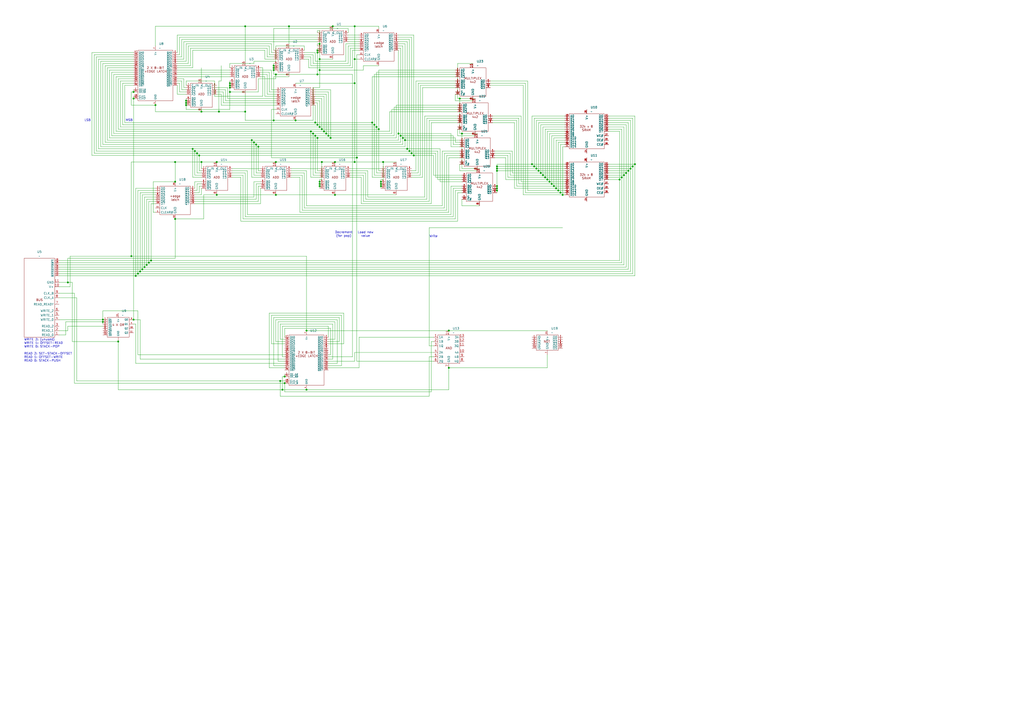
<source format=kicad_sch>
(kicad_sch (version 20231120) (generator "eeschema") (generator_version "8.0")
  (paper "A2")
  (junction (at 39.37 163.83))
  (junction (at 260.35 191.77))
  (junction (at 365.76 97.79))
  (junction (at 59.69 185.42))
  (junction (at 163.83 226.06))
  (junction (at 185.42 106.68))
  (junction (at 220.98 105.41))
  (junction (at 116.84 64.77))
  (junction (at 111.76 86.36))
  (junction (at 313.69 100.33))
  (junction (at 320.04 106.68))
  (junction (at 185.42 34.29))
  (junction (at 146.05 81.28))
  (junction (at 361.95 101.6))
  (junction (at 160.02 43.18))
  (junction (at 158.75 40.64))
  (junction (at 219.71 74.93))
  (junction (at 317.5 104.14))
  (junction (at 323.85 110.49))
  (junction (at 185.42 40.64))
  (junction (at 185.42 25.4))
  (junction (at 101.6 105.41))
  (junction (at 232.41 78.74))
  (junction (at 133.35 48.26))
  (junction (at 87.63 151.13))
  (junction (at 220.98 106.68))
  (junction (at 288.29 107.95))
  (junction (at 205.74 34.29))
  (junction (at 133.35 50.8))
  (junction (at 321.31 107.95))
  (junction (at 185.42 105.41))
  (junction (at 133.35 53.34))
  (junction (at 114.3 88.9))
  (junction (at 142.24 64.77))
  (junction (at 231.14 77.47))
  (junction (at 288.29 110.49))
  (junction (at 125.73 93.98))
  (junction (at 125.73 113.03))
  (junction (at 326.39 113.03))
  (junction (at 115.57 90.17))
  (junction (at 59.69 186.69))
  (junction (at 194.31 93.98))
  (junction (at 147.32 82.55))
  (junction (at 222.25 93.98))
  (junction (at 194.31 113.03))
  (junction (at 181.61 77.47))
  (junction (at 182.88 78.74))
  (junction (at 160.02 113.03))
  (junction (at 149.86 85.09))
  (junction (at 186.69 74.93))
  (junction (at 205.74 15.24))
  (junction (at 205.74 93.98))
  (junction (at 182.88 71.12))
  (junction (at 158.75 38.1))
  (junction (at 237.49 87.63))
  (junction (at 191.77 80.01))
  (junction (at 316.23 102.87))
  (junction (at 288.29 97.79))
  (junction (at 127 64.77))
  (junction (at 220.98 107.95))
  (junction (at 77.47 57.15))
  (junction (at 186.69 93.98))
  (junction (at 107.95 59.69))
  (junction (at 116.84 93.98))
  (junction (at 187.96 76.2))
  (junction (at 177.8 226.06))
  (junction (at 288.29 99.06))
  (junction (at 107.95 60.96))
  (junction (at 238.76 88.9))
  (junction (at 240.03 90.17))
  (junction (at 85.09 153.67))
  (junction (at 90.17 60.96))
  (junction (at 215.9 71.12))
  (junction (at 165.1 218.44))
  (junction (at 205.74 48.26))
  (junction (at 308.61 95.25))
  (junction (at 107.95 58.42))
  (junction (at 77.47 185.42))
  (junction (at 76.2 148.59))
  (junction (at 160.02 93.98))
  (junction (at 311.15 97.79))
  (junction (at 288.29 96.52))
  (junction (at 363.22 100.33))
  (junction (at 177.8 191.77))
  (junction (at 359.41 104.14))
  (junction (at 86.36 152.4))
  (junction (at 312.42 99.06))
  (junction (at 267.97 77.47))
  (junction (at 184.15 72.39))
  (junction (at 82.55 156.21))
  (junction (at 162.56 220.98))
  (junction (at 193.04 15.24))
  (junction (at 81.28 157.48))
  (junction (at 80.01 158.75))
  (junction (at 142.24 15.24))
  (junction (at 218.44 73.66))
  (junction (at 148.59 83.82))
  (junction (at 78.74 160.02))
  (junction (at 83.82 154.94))
  (junction (at 189.23 77.47))
  (junction (at 171.45 69.85))
  (junction (at 234.95 81.28))
  (junction (at 185.42 107.95))
  (junction (at 325.12 111.76))
  (junction (at 236.22 86.36))
  (junction (at 260.35 213.36))
  (junction (at 184.15 29.21))
  (junction (at 158.75 39.37))
  (junction (at 180.34 76.2))
  (junction (at 101.6 127))
  (junction (at 217.17 72.39))
  (junction (at 158.75 69.85))
  (junction (at 207.01 91.44))
  (junction (at 184.15 80.01))
  (junction (at 322.58 109.22))
  (junction (at 360.68 102.87))
  (junction (at 190.5 78.74))
  (junction (at 288.29 109.22))
  (junction (at 77.47 53.34))
  (junction (at 309.88 96.52))
  (junction (at 167.64 15.24))
  (junction (at 184.15 30.48))
  (junction (at 165.1 222.25))
  (junction (at 233.68 80.01))
  (junction (at 68.58 198.12))
  (junction (at 266.7 57.15))
  (junction (at 184.15 43.18))
  (junction (at 314.96 101.6))
  (junction (at 364.49 99.06))
  (junction (at 185.42 73.66))
  (junction (at 133.35 49.53))
  (junction (at 101.6 93.98))
  (junction (at 367.03 96.52))
  (junction (at 368.3 95.25))
  (junction (at 113.03 87.63))
  (junction (at 318.77 105.41))
  (wire (pts (xy 85.09 115.57) (xy 85.09 153.67)))
  (wire (pts (xy 250.19 118.11) (xy 209.55 118.11)))
  (wire (pts (xy 147.32 36.83) (xy 133.35 36.83)))
  (wire (pts (xy 90.17 111.76) (xy 81.28 111.76)))
  (wire (pts (xy 167.64 15.24) (xy 142.24 15.24)))
  (wire (pts (xy 53.34 90.17) (xy 53.34 30.48)))
  (wire (pts (xy 199.39 199.39) (xy 199.39 181.61)))
  (wire (pts (xy 104.14 31.75) (xy 102.87 31.75)))
  (wire (pts (xy 231.14 21.59) (xy 238.76 21.59)))
  (wire (pts (xy 109.22 26.67) (xy 109.22 36.83)))
  (wire (pts (xy 180.34 33.02) (xy 180.34 38.1)))
  (wire (pts (xy 157.48 63.5) (xy 160.02 63.5)))
  (wire (pts (xy 54.61 88.9) (xy 114.3 88.9)))
  (wire (pts (xy 59.69 186.69) (xy 59.69 187.96)))
  (wire (pts (xy 205.74 93.98) (xy 222.25 93.98)))
  (wire (pts (xy 160.02 43.18) (xy 158.75 43.18)))
  (wire (pts (xy 153.67 44.45) (xy 153.67 55.88)))
  (wire (pts (xy 320.04 78.74) (xy 320.04 106.68)))
  (wire (pts (xy 133.35 53.34) (xy 133.35 63.5)))
  (wire (pts (xy 81.28 185.42) (xy 81.28 208.28)))
  (wire (pts (xy 147.32 82.55) (xy 232.41 82.55)))
  (wire (pts (xy 111.76 29.21) (xy 111.76 39.37)))
  (wire (pts (xy 353.06 67.31) (xy 368.3 67.31)))
  (wire (pts (xy 176.53 100.33) (xy 168.91 100.33)))
  (wire (pts (xy 104.14 48.26) (xy 102.87 48.26)))
  (wire (pts (xy 248.92 200.66) (xy 248.92 132.08)))
  (wire (pts (xy 162.56 196.85) (xy 165.1 196.85)))
  (wire (pts (xy 116.84 45.72) (xy 116.84 39.37)))
  (wire (pts (xy 208.28 34.29) (xy 205.74 34.29)))
  (wire (pts (xy 114.3 100.33) (xy 114.3 88.9)))
  (wire (pts (xy 213.36 99.06) (xy 203.2 99.06)))
  (wire (pts (xy 34.29 151.13) (xy 87.63 151.13)))
  (wire (pts (xy 297.18 100.33) (xy 297.18 87.63)))
  (wire (pts (xy 322.58 81.28) (xy 322.58 109.22)))
  (wire (pts (xy 264.16 110.49) (xy 264.16 127)))
  (wire (pts (xy 67.31 44.45) (xy 77.47 44.45)))
  (wire (pts (xy 160.02 58.42) (xy 130.81 58.42)))
  (wire (pts (xy 158.75 30.48) (xy 157.48 30.48)))
  (wire (pts (xy 285.75 69.85) (xy 299.72 69.85)))
  (wire (pts (xy 220.98 101.6) (xy 217.17 101.6)))
  (wire (pts (xy 64.77 78.74) (xy 64.77 41.91)))
  (wire (pts (xy 231.14 26.67) (xy 233.68 26.67)))
  (wire (pts (xy 181.61 101.6) (xy 181.61 77.47)))
  (wire (pts (xy 327.66 73.66) (xy 314.96 73.66)))
  (wire (pts (xy 88.9 123.19) (xy 88.9 105.41)))
  (wire (pts (xy 113.03 111.76) (xy 115.57 111.76)))
  (wire (pts (xy 208.28 31.75) (xy 207.01 31.75)))
  (wire (pts (xy 219.71 38.1) (xy 210.82 38.1)))
  (wire (pts (xy 77.47 57.15) (xy 77.47 185.42)))
  (wire (pts (xy 140.97 101.6) (xy 134.62 101.6)))
  (wire (pts (xy 181.61 31.75) (xy 176.53 31.75)))
  (wire (pts (xy 231.14 25.4) (xy 234.95 25.4)))
  (wire (pts (xy 110.49 38.1) (xy 110.49 27.94)))
  (wire (pts (xy 175.26 121.92) (xy 175.26 101.6)))
  (wire (pts (xy 185.42 50.8) (xy 185.42 40.64)))
  (wire (pts (xy 194.31 113.03) (xy 229.87 113.03)))
  (wire (pts (xy 118.11 127) (xy 101.6 127)))
  (wire (pts (xy 222.25 104.14) (xy 222.25 93.98)))
  (wire (pts (xy 34.29 157.48) (xy 81.28 157.48)))
  (wire (pts (xy 115.57 90.17) (xy 240.03 90.17)))
  (wire (pts (xy 176.53 120.65) (xy 176.53 100.33)))
  (wire (pts (xy 34.29 172.72) (xy 44.45 172.72)))
  (wire (pts (xy 193.04 187.96) (xy 162.56 187.96)))
  (wire (pts (xy 151.13 99.06) (xy 149.86 99.06)))
  (wire (pts (xy 90.17 114.3) (xy 83.82 114.3)))
  (wire (pts (xy 111.76 39.37) (xy 102.87 39.37)))
  (wire (pts (xy 364.49 71.12) (xy 364.49 99.06)))
  (wire (pts (xy 102.87 49.53) (xy 102.87 54.61)))
  (wire (pts (xy 231.14 27.94) (xy 232.41 27.94)))
  (wire (pts (xy 142.24 64.77) (xy 142.24 69.85)))
  (wire (pts (xy 317.5 104.14) (xy 327.66 104.14)))
  (wire (pts (xy 219.71 99.06) (xy 219.71 74.93)))
  (wire (pts (xy 243.84 101.6) (xy 243.84 49.53)))
  (wire (pts (xy 251.46 209.55) (xy 207.01 209.55)))
  (wire (pts (xy 267.97 115.57) (xy 267.97 119.38)))
  (wire (pts (xy 201.93 19.05) (xy 201.93 16.51)))
  (wire (pts (xy 190.5 205.74) (xy 191.77 205.74)))
  (wire (pts (xy 107.95 58.42) (xy 107.95 59.69)))
  (wire (pts (xy 365.76 69.85) (xy 365.76 97.79)))
  (wire (pts (xy 260.35 91.44) (xy 260.35 123.19)))
  (wire (pts (xy 250.19 227.33) (xy 250.19 198.12)))
  (wire (pts (xy 69.85 73.66) (xy 185.42 73.66)))
  (wire (pts (xy 252.73 102.87) (xy 267.97 102.87)))
  (wire (pts (xy 107.95 25.4) (xy 157.48 25.4)))
  (wire (pts (xy 156.21 181.61) (xy 156.21 213.36)))
  (wire (pts (xy 321.31 80.01) (xy 321.31 107.95)))
  (wire (pts (xy 162.56 187.96) (xy 162.56 196.85)))
  (wire (pts (xy 160.02 60.96) (xy 128.27 60.96)))
  (wire (pts (xy 306.07 46.99) (xy 306.07 110.49)))
  (wire (pts (xy 53.34 90.17) (xy 115.57 90.17)))
  (wire (pts (xy 111.76 86.36) (xy 236.22 86.36)))
  (wire (pts (xy 365.76 97.79) (xy 353.06 97.79)))
  (wire (pts (xy 160.02 26.67) (xy 160.02 35.56)))
  (wire (pts (xy 231.14 24.13) (xy 236.22 24.13)))
  (wire (pts (xy 260.35 123.19) (xy 173.99 123.19)))
  (wire (pts (xy 132.08 50.8) (xy 132.08 57.15)))
  (wire (pts (xy 68.58 45.72) (xy 77.47 45.72)))
  (wire (pts (xy 160.02 185.42) (xy 160.02 198.12)))
  (wire (pts (xy 105.41 46.99) (xy 105.41 52.07)))
  (wire (pts (xy 231.14 77.47) (xy 231.14 81.28)))
  (wire (pts (xy 185.42 105.41) (xy 185.42 106.68)))
  (wire (pts (xy 158.75 43.18) (xy 158.75 40.64)))
  (wire (pts (xy 105.41 22.86) (xy 184.15 22.86)))
  (wire (pts (xy 158.75 44.45) (xy 158.75 69.85)))
  (wire (pts (xy 312.42 99.06) (xy 327.66 99.06)))
  (wire (pts (xy 165.1 222.25) (xy 165.1 227.33)))
  (wire (pts (xy 72.39 71.12) (xy 72.39 49.53)))
  (wire (pts (xy 44.45 220.98) (xy 162.56 220.98)))
  (wire (pts (xy 316.23 74.93) (xy 316.23 102.87)))
  (wire (pts (xy 264.16 41.91) (xy 218.44 41.91)))
  (wire (pts (xy 185.42 102.87) (xy 180.34 102.87)))
  (wire (pts (xy 248.92 116.84) (xy 210.82 116.84)))
  (wire (pts (xy 71.12 48.26) (xy 77.47 48.26)))
  (wire (pts (xy 304.8 111.76) (xy 325.12 111.76)))
  (wire (pts (xy 157.48 91.44) (xy 157.48 63.5)))
  (wire (pts (xy 102.87 20.32) (xy 184.15 20.32)))
  (wire (pts (xy 142.24 54.61) (xy 142.24 64.77)))
  (wire (pts (xy 265.43 64.77) (xy 226.06 64.77)))
  (wire (pts (xy 252.73 88.9) (xy 252.73 102.87)))
  (wire (pts (xy 363.22 100.33) (xy 363.22 154.94)))
  (wire (pts (xy 77.47 53.34) (xy 76.2 53.34)))
  (wire (pts (xy 149.86 99.06) (xy 149.86 85.09)))
  (wire (pts (xy 191.77 205.74) (xy 191.77 190.5)))
  (wire (pts (xy 294.64 102.87) (xy 316.23 102.87)))
  (wire (pts (xy 78.74 210.82) (xy 165.1 210.82)))
  (wire (pts (xy 262.89 125.73) (xy 142.24 125.73)))
  (wire (pts (xy 185.42 105.41) (xy 185.42 104.14)))
  (wire (pts (xy 181.61 50.8) (xy 181.61 69.85)))
  (wire (pts (xy 186.69 93.98) (xy 194.31 93.98)))
  (wire (pts (xy 165.1 222.25) (xy 43.18 222.25)))
  (wire (pts (xy 191.77 190.5) (xy 165.1 190.5)))
  (wire (pts (xy 182.88 30.48) (xy 182.88 35.56)))
  (wire (pts (xy 113.03 105.41) (xy 116.84 105.41)))
  (wire (pts (xy 111.76 29.21) (xy 153.67 29.21)))
  (wire (pts (xy 107.95 50.8) (xy 106.68 50.8)))
  (wire (pts (xy 209.55 118.11) (xy 209.55 102.87)))
  (wire (pts (xy 133.35 36.83) (xy 133.35 39.37)))
  (wire (pts (xy 163.83 226.06) (xy 177.8 226.06)))
  (wire (pts (xy 90.17 113.03) (xy 82.55 113.03)))
  (wire (pts (xy 316.23 102.87) (xy 327.66 102.87)))
  (wire (pts (xy 226.06 76.2) (xy 187.96 76.2)))
  (wire (pts (xy 220.98 100.33) (xy 218.44 100.33)))
  (wire (pts (xy 194.31 186.69) (xy 161.29 186.69)))
  (wire (pts (xy 34.29 156.21) (xy 82.55 156.21)))
  (wire (pts (xy 158.75 38.1) (xy 158.75 39.37)))
  (wire (pts (xy 110.49 27.94) (xy 154.94 27.94)))
  (wire (pts (xy 201.93 22.86) (xy 208.28 22.86)))
  (wire (pts (xy 125.73 113.03) (xy 160.02 113.03)))
  (wire (pts (xy 234.95 81.28) (xy 234.95 85.09)))
  (wire (pts (xy 158.75 69.85) (xy 171.45 69.85)))
  (wire (pts (xy 309.88 68.58) (xy 309.88 96.52)))
  (wire (pts (xy 34.29 194.31) (xy 38.1 194.31)))
  (wire (pts (xy 364.49 99.06) (xy 353.06 99.06)))
  (wire (pts (xy 34.29 158.75) (xy 80.01 158.75)))
  (wire (pts (xy 193.04 208.28) (xy 193.04 187.96)))
  (wire (pts (xy 76.2 93.98) (xy 76.2 148.59)))
  (wire (pts (xy 182.88 59.69) (xy 184.15 59.69)))
  (wire (pts (xy 116.84 99.06) (xy 115.57 99.06)))
  (wire (pts (xy 54.61 88.9) (xy 54.61 31.75)))
  (wire (pts (xy 177.8 99.06) (xy 168.91 99.06)))
  (wire (pts (xy 143.51 124.46) (xy 143.51 99.06)))
  (wire (pts (xy 229.87 80.01) (xy 191.77 80.01)))
  (wire (pts (xy 34.29 163.83) (xy 39.37 163.83)))
  (wire (pts (xy 151.13 44.45) (xy 153.67 44.45)))
  (wire (pts (xy 203.2 38.1) (xy 203.2 27.94)))
  (wire (pts (xy 66.04 77.47) (xy 181.61 77.47)))
  (wire (pts (xy 146.05 81.28) (xy 231.14 81.28)))
  (wire (pts (xy 142.24 15.24) (xy 90.17 15.24)))
  (wire (pts (xy 212.09 100.33) (xy 203.2 100.33)))
  (wire (pts (xy 201.93 21.59) (xy 208.28 21.59)))
  (wire (pts (xy 190.5 208.28) (xy 193.04 208.28)))
  (wire (pts (xy 142.24 100.33) (xy 134.62 100.33)))
  (wire (pts (xy 182.88 55.88) (xy 187.96 55.88)))
  (wire (pts (xy 116.84 93.98) (xy 125.73 93.98)))
  (wire (pts (xy 71.12 72.39) (xy 71.12 48.26)))
  (wire (pts (xy 58.42 85.09) (xy 149.86 85.09)))
  (wire (pts (xy 163.83 226.06) (xy 68.58 226.06)))
  (wire (pts (xy 149.86 107.95) (xy 151.13 107.95)))
  (wire (pts (xy 151.13 39.37) (xy 152.4 39.37)))
  (wire (pts (xy 264.16 80.01) (xy 233.68 80.01)))
  (wire (pts (xy 255.27 105.41) (xy 267.97 105.41)))
  (wire (pts (xy 264.16 54.61) (xy 264.16 58.42)))
  (wire (pts (xy 261.62 85.09) (xy 261.62 77.47)))
  (wire (pts (xy 207.01 91.44) (xy 157.48 91.44)))
  (wire (pts (xy 140.97 127) (xy 140.97 101.6)))
  (wire (pts (xy 215.9 44.45) (xy 215.9 71.12)))
  (wire (pts (xy 90.17 123.19) (xy 88.9 123.19)))
  (wire (pts (xy 184.15 19.05) (xy 184.15 17.78)))
  (wire (pts (xy 250.19 71.12) (xy 250.19 118.11)))
  (wire (pts (xy 154.94 43.18) (xy 154.94 54.61)))
  (wire (pts (xy 314.96 73.66) (xy 314.96 101.6)))
  (wire (pts (xy 266.7 83.82) (xy 262.89 83.82)))
  (wire (pts (xy 177.8 226.06) (xy 260.35 226.06)))
  (wire (pts (xy 327.66 72.39) (xy 313.69 72.39)))
  (wire (pts (xy 367.03 68.58) (xy 367.03 96.52)))
  (wire (pts (xy 57.15 86.36) (xy 57.15 34.29)))
  (wire (pts (xy 353.06 74.93) (xy 360.68 74.93)))
  (wire (pts (xy 130.81 58.42) (xy 130.81 52.07)))
  (wire (pts (xy 246.38 114.3) (xy 213.36 114.3)))
  (wire (pts (xy 219.71 74.93) (xy 186.69 74.93)))
  (wire (pts (xy 154.94 54.61) (xy 160.02 54.61)))
  (wire (pts (xy 184.15 27.94) (xy 184.15 29.21)))
  (wire (pts (xy 353.06 68.58) (xy 367.03 68.58)))
  (wire (pts (xy 62.23 81.28) (xy 146.05 81.28)))
  (wire (pts (xy 245.11 50.8) (xy 264.16 50.8)))
  (wire (pts (xy 148.59 115.57) (xy 148.59 106.68)))
  (wire (pts (xy 212.09 115.57) (xy 212.09 100.33)))
  (wire (pts (xy 264.16 82.55) (xy 264.16 80.01)))
  (wire (pts (xy 185.42 17.78) (xy 185.42 25.4)))
  (wire (pts (xy 113.03 101.6) (xy 113.03 87.63)))
  (wire (pts (xy 157.48 30.48) (xy 157.48 25.4)))
  (wire (pts (xy 113.03 87.63) (xy 237.49 87.63)))
  (wire (pts (xy 204.47 43.18) (xy 204.47 207.01)))
  (wire (pts (xy 114.3 106.68) (xy 116.84 106.68)))
  (wire (pts (xy 254 104.14) (xy 267.97 104.14)))
  (wire (pts (xy 205.74 204.47) (xy 251.46 204.47)))
  (wire (pts (xy 218.44 41.91) (xy 218.44 73.66)))
  (wire (pts (xy 236.22 86.36) (xy 255.27 86.36)))
  (wire (pts (xy 87.63 151.13) (xy 359.41 151.13)))
  (wire (pts (xy 302.26 67.31) (xy 302.26 105.41)))
  (wire (pts (xy 111.76 102.87) (xy 111.76 86.36)))
  (wire (pts (xy 58.42 85.09) (xy 58.42 35.56)))
  (wire (pts (xy 148.59 106.68) (xy 151.13 106.68)))
  (wire (pts (xy 81.28 208.28) (xy 165.1 208.28)))
  (wire (pts (xy 80.01 158.75) (xy 367.03 158.75)))
  (wire (pts (xy 125.73 50.8) (xy 132.08 50.8)))
  (wire (pts (xy 149.86 53.34) (xy 133.35 53.34)))
  (wire (pts (xy 288.29 95.25) (xy 288.29 96.52)))
  (wire (pts (xy 219.71 40.64) (xy 219.71 74.93)))
  (wire (pts (xy 128.27 46.99) (xy 127 46.99)))
  (wire (pts (xy 209.55 102.87) (xy 203.2 102.87)))
  (wire (pts (xy 215.9 102.87) (xy 215.9 71.12)))
  (wire (pts (xy 314.96 101.6) (xy 327.66 101.6)))
  (wire (pts (xy 284.48 49.53) (xy 303.53 49.53)))
  (wire (pts (xy 367.03 96.52) (xy 367.03 158.75)))
  (wire (pts (xy 40.64 148.59) (xy 40.64 166.37)))
  (wire (pts (xy 184.15 99.06) (xy 184.15 80.01)))
  (wire (pts (xy 129.54 53.34) (xy 129.54 59.69)))
  (wire (pts (xy 318.77 105.41) (xy 327.66 105.41)))
  (wire (pts (xy 54.61 31.75) (xy 77.47 31.75)))
  (wire (pts (xy 76.2 60.96) (xy 90.17 60.96)))
  (wire (pts (xy 158.75 36.83) (xy 158.75 38.1)))
  (wire (pts (xy 327.66 76.2) (xy 317.5 76.2)))
  (wire (pts (xy 90.17 109.22) (xy 78.74 109.22)))
  (wire (pts (xy 102.87 30.48) (xy 102.87 20.32)))
  (wire (pts (xy 102.87 35.56) (xy 107.95 35.56)))
  (wire (pts (xy 265.43 63.5) (xy 227.33 63.5)))
  (wire (pts (xy 162.56 220.98) (xy 165.1 220.98)))
  (wire (pts (xy 101.6 93.98) (xy 101.6 105.41)))
  (wire (pts (xy 77.47 55.88) (xy 77.47 57.15)))
  (wire (pts (xy 257.81 88.9) (xy 257.81 120.65)))
  (wire (pts (xy 327.66 83.82) (xy 325.12 83.82)))
  (wire (pts (xy 264.16 44.45) (xy 215.9 44.45)))
  (wire (pts (xy 278.13 97.79) (xy 267.97 97.79)))
  (wire (pts (xy 81.28 111.76) (xy 81.28 157.48)))
  (wire (pts (xy 259.08 121.92) (xy 175.26 121.92)))
  (wire (pts (xy 323.85 82.55) (xy 323.85 110.49)))
  (wire (pts (xy 195.58 210.82) (xy 195.58 185.42)))
  (wire (pts (xy 264.16 40.64) (xy 219.71 40.64)))
  (wire (pts (xy 210.82 38.1) (xy 210.82 40.64)))
  (wire (pts (xy 76.2 53.34) (xy 76.2 60.96)))
  (wire (pts (xy 148.59 100.33) (xy 148.59 83.82)))
  (wire (pts (xy 218.44 100.33) (xy 218.44 73.66)))
  (wire (pts (xy 161.29 186.69) (xy 161.29 209.55)))
  (wire (pts (xy 353.06 71.12) (xy 364.49 71.12)))
  (wire (pts (xy 184.15 17.78) (xy 185.42 17.78)))
  (wire (pts (xy 181.61 50.8) (xy 185.42 50.8)))
  (wire (pts (xy 232.41 78.74) (xy 232.41 82.55)))
  (wire (pts (xy 165.1 218.44) (xy 163.83 218.44)))
  (wire (pts (xy 266.7 77.47) (xy 266.7 57.15)))
  (wire (pts (xy 109.22 26.67) (xy 156.21 26.67)))
  (wire (pts (xy 177.8 191.77) (xy 177.8 148.59)))
  (wire (pts (xy 115.57 99.06) (xy 115.57 90.17)))
  (wire (pts (xy 160.02 93.98) (xy 186.69 93.98)))
  (wire (pts (xy 184.15 29.21) (xy 184.15 30.48)))
  (wire (pts (xy 201.93 36.83) (xy 181.61 36.83)))
  (wire (pts (xy 34.29 154.94) (xy 83.82 154.94)))
  (wire (pts (xy 276.86 77.47) (xy 267.97 77.47)))
  (wire (pts (xy 124.46 46.99) (xy 107.95 46.99)))
  (wire (pts (xy 102.87 54.61) (xy 107.95 54.61)))
  (wire (pts (xy 90.17 115.57) (xy 85.09 115.57)))
  (wire (pts (xy 288.29 109.22) (xy 288.29 110.49)))
  (wire (pts (xy 361.95 101.6) (xy 353.06 101.6)))
  (wire (pts (xy 105.41 33.02) (xy 105.41 22.86)))
  (wire (pts (xy 116.84 113.03) (xy 116.84 109.22)))
  (wire (pts (xy 107.95 57.15) (xy 107.95 58.42)))
  (wire (pts (xy 104.14 21.59) (xy 104.14 31.75)))
  (wire (pts (xy 194.31 93.98) (xy 205.74 93.98)))
  (wire (pts (xy 217.17 72.39) (xy 184.15 72.39)))
  (wire (pts (xy 158.75 33.02) (xy 154.94 33.02)))
  (wire (pts (xy 63.5 80.01) (xy 63.5 40.64)))
  (wire (pts (xy 60.96 38.1) (xy 77.47 38.1)))
  (wire (pts (xy 287.02 88.9) (xy 295.91 88.9)))
  (wire (pts (xy 113.03 109.22) (xy 113.03 105.41)))
  (wire (pts (xy 147.32 35.56) (xy 147.32 36.83)))
  (wire (pts (xy 236.22 24.13) (xy 236.22 86.36)))
  (wire (pts (xy 176.53 33.02) (xy 180.34 33.02)))
  (wire (pts (xy 107.95 53.34) (xy 104.14 53.34)))
  (wire (pts (xy 102.87 43.18) (xy 133.35 43.18)))
  (wire (pts (xy 199.39 181.61) (xy 156.21 181.61)))
  (wire (pts (xy 205.74 209.55) (xy 205.74 204.47)))
  (wire (pts (xy 275.59 57.15) (xy 266.7 57.15)))
  (wire (pts (xy 180.34 102.87) (xy 180.34 76.2)))
  (wire (pts (xy 80.01 205.74) (xy 165.1 205.74)))
  (wire (pts (xy 156.21 31.75) (xy 158.75 31.75)))
  (wire (pts (xy 116.84 100.33) (xy 114.3 100.33)))
  (wire (pts (xy 242.57 100.33) (xy 242.57 48.26)))
  (wire (pts (xy 266.7 90.17) (xy 259.08 90.17)))
  (wire (pts (xy 353.06 72.39) (xy 363.22 72.39)))
  (wire (pts (xy 77.47 52.07) (xy 77.47 53.34)))
  (wire (pts (xy 68.58 226.06) (xy 68.58 198.12)))
  (wire (pts (xy 158.75 44.45) (xy 167.64 44.45)))
  (wire (pts (xy 250.19 198.12) (xy 251.46 198.12)))
  (wire (pts (xy 139.7 128.27) (xy 139.7 102.87)))
  (wire (pts (xy 262.89 78.74) (xy 232.41 78.74)))
  (wire (pts (xy 62.23 39.37) (xy 77.47 39.37)))
  (wire (pts (xy 157.48 52.07) (xy 160.02 52.07)))
  (wire (pts (xy 287.02 91.44) (xy 293.37 91.44)))
  (wire (pts (xy 133.35 46.99) (xy 133.35 48.26)))
  (wire (pts (xy 128.27 38.1) (xy 128.27 46.99)))
  (wire (pts (xy 255.27 86.36) (xy 255.27 105.41)))
  (wire (pts (xy 157.48 199.39) (xy 165.1 199.39)))
  (wire (pts (xy 162.56 220.98) (xy 162.56 229.87)))
  (wire (pts (xy 76.2 148.59) (xy 40.64 148.59)))
  (wire (pts (xy 171.45 48.26) (xy 205.74 48.26)))
  (wire (pts (xy 127 46.99) (xy 127 64.77)))
  (wire (pts (xy 361.95 101.6) (xy 361.95 153.67)))
  (wire (pts (xy 311.15 69.85) (xy 311.15 97.79)))
  (wire (pts (xy 308.61 67.31) (xy 308.61 95.25)))
  (wire (pts (xy 64.77 41.91) (xy 77.47 41.91)))
  (wire (pts (xy 220.98 102.87) (xy 215.9 102.87)))
  (wire (pts (xy 218.44 73.66) (xy 185.42 73.66)))
  (wire (pts (xy 312.42 71.12) (xy 312.42 99.06)))
  (wire (pts (xy 237.49 22.86) (xy 237.49 87.63)))
  (wire (pts (xy 128.27 60.96) (xy 128.27 54.61)))
  (wire (pts (xy 205.74 48.26) (xy 205.74 93.98)))
  (wire (pts (xy 267.97 97.79) (xy 267.97 77.47)))
  (wire (pts (xy 101.6 93.98) (xy 116.84 93.98)))
  (wire (pts (xy 90.17 110.49) (xy 80.01 110.49)))
  (wire (pts (xy 60.96 82.55) (xy 60.96 38.1)))
  (wire (pts (xy 34.29 152.4) (xy 86.36 152.4)))
  (wire (pts (xy 68.58 198.12) (xy 41.91 198.12)))
  (wire (pts (xy 368.3 95.25) (xy 353.06 95.25)))
  (wire (pts (xy 176.53 34.29) (xy 179.07 34.29)))
  (wire (pts (xy 177.8 148.59) (xy 76.2 148.59)))
  (wire (pts (xy 86.36 116.84) (xy 86.36 152.4)))
  (wire (pts (xy 184.15 59.69) (xy 184.15 72.39)))
  (wire (pts (xy 185.42 107.95) (xy 185.42 109.22)))
  (wire (pts (xy 220.98 99.06) (xy 219.71 99.06)))
  (wire (pts (xy 248.92 229.87) (xy 248.92 207.01)))
  (wire (pts (xy 158.75 39.37) (xy 158.75 40.64)))
  (wire (pts (xy 288.29 110.49) (xy 288.29 111.76)))
  (wire (pts (xy 90.17 116.84) (xy 86.36 116.84)))
  (wire (pts (xy 59.69 36.83) (xy 77.47 36.83)))
  (wire (pts (xy 142.24 69.85) (xy 158.75 69.85)))
  (wire (pts (xy 184.15 80.01) (xy 191.77 80.01)))
  (wire (pts (xy 217.17 101.6) (xy 217.17 72.39)))
  (wire (pts (xy 364.49 99.06) (xy 364.49 156.21)))
  (wire (pts (xy 129.54 59.69) (xy 160.02 59.69)))
  (wire (pts (xy 266.7 57.15) (xy 265.43 57.15)))
  (wire (pts (xy 327.66 77.47) (xy 318.77 77.47)))
  (wire (pts (xy 175.26 101.6) (xy 168.91 101.6)))
  (wire (pts (xy 86.36 152.4) (xy 360.68 152.4)))
  (wire (pts (xy 186.69 57.15) (xy 186.69 74.93)))
  (wire (pts (xy 39.37 163.83) (xy 41.91 163.83)))
  (wire (pts (xy 63.5 80.01) (xy 184.15 80.01)))
  (wire (pts (xy 231.14 22.86) (xy 237.49 22.86)))
  (wire (pts (xy 243.84 49.53) (xy 264.16 49.53)))
  (wire (pts (xy 361.95 73.66) (xy 361.95 101.6)))
  (wire (pts (xy 161.29 209.55) (xy 165.1 209.55)))
  (wire (pts (xy 186.69 104.14) (xy 186.69 93.98)))
  (wire (pts (xy 306.07 110.49) (xy 323.85 110.49)))
  (wire (pts (xy 285.75 68.58) (xy 300.99 68.58)))
  (wire (pts (xy 69.85 73.66) (xy 69.85 46.99)))
  (wire (pts (xy 41.91 198.12) (xy 41.91 163.83)))
  (wire (pts (xy 208.28 195.58) (xy 251.46 195.58)))
  (wire (pts (xy 359.41 104.14) (xy 359.41 151.13)))
  (wire (pts (xy 181.61 77.47) (xy 189.23 77.47)))
  (wire (pts (xy 182.88 52.07) (xy 191.77 52.07)))
  (wire (pts (xy 158.75 212.09) (xy 165.1 212.09)))
  (wire (pts (xy 78.74 109.22) (xy 78.74 160.02)))
  (wire (pts (xy 288.29 107.95) (xy 288.29 109.22)))
  (wire (pts (xy 80.01 110.49) (xy 80.01 158.75)))
  (wire (pts (xy 323.85 110.49) (xy 327.66 110.49)))
  (wire (pts (xy 147.32 114.3) (xy 147.32 105.41)))
  (wire (pts (xy 190.5 207.01) (xy 204.47 207.01)))
  (wire (pts (xy 232.41 27.94) (xy 232.41 78.74)))
  (wire (pts (xy 304.8 48.26) (xy 304.8 111.76)))
  (wire (pts (xy 148.59 83.82) (xy 233.68 83.82)))
  (wire (pts (xy 190.5 212.09) (xy 198.12 212.09)))
  (wire (pts (xy 182.88 58.42) (xy 185.42 58.42)))
  (wire (pts (xy 265.43 78.74) (xy 275.59 78.74)))
  (wire (pts (xy 104.14 53.34) (xy 104.14 48.26)))
  (wire (pts (xy 68.58 74.93) (xy 186.69 74.93)))
  (wire (pts (xy 127 64.77) (xy 116.84 64.77)))
  (wire (pts (xy 265.43 62.23) (xy 228.6 62.23)))
  (wire (pts (xy 184.15 26.67) (xy 184.15 25.4)))
  (wire (pts (xy 288.29 99.06) (xy 312.42 99.06)))
  (wire (pts (xy 43.18 170.18) (xy 34.29 170.18)))
  (wire (pts (xy 326.39 85.09) (xy 326.39 113.03)))
  (wire (pts (xy 182.88 71.12) (xy 72.39 71.12)))
  (wire (pts (xy 266.7 88.9) (xy 257.81 88.9)))
  (wire (pts (xy 182.88 54.61) (xy 189.23 54.61)))
  (wire (pts (xy 82.55 156.21) (xy 364.49 156.21)))
  (wire (pts (xy 116.84 97.79) (xy 116.84 93.98)))
  (wire (pts (xy 151.13 118.11) (xy 151.13 109.22)))
  (wire (pts (xy 82.55 113.03) (xy 82.55 156.21)))
  (wire (pts (xy 208.28 26.67) (xy 201.93 26.67)))
  (wire (pts (xy 113.03 115.57) (xy 148.59 115.57)))
  (wire (pts (xy 182.88 35.56) (xy 200.66 35.56)))
  (wire (pts (xy 353.06 69.85) (xy 365.76 69.85)))
  (wire (pts (xy 105.41 52.07) (xy 107.95 52.07)))
  (wire (pts (xy 327.66 81.28) (xy 322.58 81.28)))
  (wire (pts (xy 238.76 101.6) (xy 243.84 101.6)))
  (wire (pts (xy 104.14 21.59) (xy 184.15 21.59)))
  (wire (pts (xy 261.62 107.95) (xy 261.62 124.46)))
  (wire (pts (xy 288.29 96.52) (xy 309.88 96.52)))
  (wire (pts (xy 182.88 71.12) (xy 215.9 71.12)))
  (wire (pts (xy 360.68 102.87) (xy 353.06 102.87)))
  (wire (pts (xy 266.7 99.06) (xy 276.86 99.06)))
  (wire (pts (xy 322.58 109.22) (xy 327.66 109.22)))
  (wire (pts (xy 194.31 196.85) (xy 194.31 186.69)))
  (wire (pts (xy 81.28 157.48) (xy 365.76 157.48)))
  (wire (pts (xy 234.95 25.4) (xy 234.95 81.28)))
  (wire (pts (xy 173.99 123.19) (xy 173.99 102.87)))
  (wire (pts (xy 317.5 76.2) (xy 317.5 104.14)))
  (wire (pts (xy 153.67 34.29) (xy 158.75 34.29)))
  (wire (pts (xy 78.74 160.02) (xy 368.3 160.02)))
  (wire (pts (xy 115.57 107.95) (xy 116.84 107.95)))
  (wire (pts (xy 160.02 35.56) (xy 147.32 35.56)))
  (wire (pts (xy 327.66 69.85) (xy 311.15 69.85)))
  (wire (pts (xy 238.76 88.9) (xy 252.73 88.9)))
  (wire (pts (xy 156.21 26.67) (xy 156.21 31.75)))
  (wire (pts (xy 190.5 189.23) (xy 163.83 189.23)))
  (wire (pts (xy 125.73 53.34) (xy 129.54 53.34)))
  (wire (pts (xy 190.5 199.39) (xy 199.39 199.39)))
  (wire (pts (xy 234.95 81.28) (xy 266.7 81.28)))
  (wire (pts (xy 300.99 68.58) (xy 300.99 106.68)))
  (wire (pts (xy 298.45 71.12) (xy 298.45 109.22)))
  (wire (pts (xy 325.12 83.82) (xy 325.12 111.76)))
  (wire (pts (xy 190.5 198.12) (xy 196.85 198.12)))
  (wire (pts (xy 265.43 111.76) (xy 265.43 128.27)))
  (wire (pts (xy 106.68 45.72) (xy 102.87 45.72)))
  (wire (pts (xy 102.87 33.02) (xy 105.41 33.02)))
  (wire (pts (xy 58.42 35.56) (xy 77.47 35.56)))
  (wire (pts (xy 63.5 40.64) (xy 77.47 40.64)))
  (wire (pts (xy 240.03 20.32) (xy 240.03 90.17)))
  (wire (pts (xy 102.87 41.91) (xy 133.35 41.91)))
  (wire (pts (xy 265.43 67.31) (xy 246.38 67.31)))
  (wire (pts (xy 176.53 30.48) (xy 182.88 30.48)))
  (wire (pts (xy 264.16 127) (xy 140.97 127)))
  (wire (pts (xy 189.23 54.61) (xy 189.23 77.47)))
  (wire (pts (xy 325.12 111.76) (xy 327.66 111.76)))
  (wire (pts (xy 266.7 95.25) (xy 266.7 99.06)))
  (wire (pts (xy 185.42 106.68) (xy 185.42 107.95)))
  (wire (pts (xy 185.42 101.6) (xy 181.61 101.6)))
  (wire (pts (xy 228.6 62.23) (xy 228.6 78.74)))
  (wire (pts (xy 201.93 24.13) (xy 208.28 24.13)))
  (wire (pts (xy 368.3 67.31) (xy 368.3 95.25)))
  (wire (pts (xy 151.13 102.87) (xy 146.05 102.87)))
  (wire (pts (xy 233.68 80.01) (xy 233.68 83.82)))
  (wire (pts (xy 284.48 46.99) (xy 306.07 46.99)))
  (wire (pts (xy 367.03 96.52) (xy 353.06 96.52)))
  (wire (pts (xy 241.3 46.99) (xy 264.16 46.99)))
  (wire (pts (xy 288.29 96.52) (xy 288.29 97.79)))
  (wire (pts (xy 149.86 85.09) (xy 234.95 85.09)))
  (wire (pts (xy 201.93 20.32) (xy 208.28 20.32)))
  (wire (pts (xy 59.69 83.82) (xy 59.69 36.83)))
  (wire (pts (xy 184.15 25.4) (xy 185.42 25.4)))
  (wire (pts (xy 295.91 101.6) (xy 314.96 101.6)))
  (wire (pts (xy 185.42 99.06) (xy 184.15 99.06)))
  (wire (pts (xy 143.51 99.06) (xy 134.62 99.06)))
  (wire (pts (xy 327.66 80.01) (xy 321.31 80.01)))
  (wire (pts (xy 303.53 49.53) (xy 303.53 113.03)))
  (wire (pts (xy 156.21 41.91) (xy 156.21 53.34)))
  (wire (pts (xy 176.53 29.21) (xy 176.53 26.67)))
  (wire (pts (xy 179.07 34.29) (xy 179.07 39.37)))
  (wire (pts (xy 238.76 21.59) (xy 238.76 88.9)))
  (wire (pts (xy 59.69 83.82) (xy 148.59 83.82)))
  (wire (pts (xy 265.43 36.83) (xy 274.32 36.83)))
  (wire (pts (xy 130.81 52.07) (xy 125.73 52.07)))
  (wire (pts (xy 265.43 57.15) (xy 265.43 36.83)))
  (wire (pts (xy 168.91 97.79) (xy 185.42 97.79)))
  (wire (pts (xy 293.37 104.14) (xy 317.5 104.14)))
  (wire (pts (xy 193.04 15.24) (xy 167.64 15.24)))
  (wire (pts (xy 151.13 43.18) (xy 154.94 43.18)))
  (wire (pts (xy 261.62 124.46) (xy 143.51 124.46)))
  (wire (pts (xy 256.54 119.38) (xy 177.8 119.38)))
  (wire (pts (xy 300.99 106.68) (xy 320.04 106.68)))
  (wire (pts (xy 205.74 34.29) (xy 205.74 48.26)))
  (wire (pts (xy 139.7 102.87) (xy 134.62 102.87)))
  (wire (pts (xy 318.77 77.47) (xy 318.77 105.41)))
  (wire (pts (xy 293.37 104.14) (xy 293.37 91.44)))
  (wire (pts (xy 113.03 116.84) (xy 149.86 116.84)))
  (wire (pts (xy 198.12 182.88) (xy 157.48 182.88)))
  (wire (pts (xy 363.22 72.39) (xy 363.22 100.33)))
  (wire (pts (xy 107.95 46.99) (xy 107.95 49.53)))
  (wire (pts (xy 83.82 154.94) (xy 363.22 154.94)))
  (wire (pts (xy 353.06 73.66) (xy 361.95 73.66)))
  (wire (pts (xy 106.68 34.29) (xy 102.87 34.29)))
  (wire (pts (xy 295.91 101.6) (xy 295.91 88.9)))
  (wire (pts (xy 107.95 59.69) (xy 107.95 60.96)))
  (wire (pts (xy 327.66 82.55) (xy 323.85 82.55)))
  (wire (pts (xy 113.03 114.3) (xy 147.32 114.3)))
  (wire (pts (xy 151.13 40.64) (xy 157.48 40.64)))
  (wire (pts (xy 190.5 195.58) (xy 190.5 189.23)))
  (wire (pts (xy 288.29 97.79) (xy 311.15 97.79)))
  (wire (pts (xy 251.46 90.17) (xy 251.46 101.6)))
  (wire (pts (xy 203.2 97.79) (xy 220.98 97.79)))
  (wire (pts (xy 53.34 30.48) (xy 77.47 30.48)))
  (wire (pts (xy 107.95 63.5) (xy 107.95 60.96)))
  (wire (pts (xy 55.88 87.63) (xy 113.03 87.63)))
  (wire (pts (xy 184.15 43.18) (xy 160.02 43.18)))
  (wire (pts (xy 124.46 55.88) (xy 124.46 46.99)))
  (wire (pts (xy 303.53 113.03) (xy 326.39 113.03)))
  (wire (pts (xy 267.97 107.95) (xy 261.62 107.95)))
  (wire (pts (xy 265.43 128.27) (xy 139.7 128.27)))
  (wire (pts (xy 181.61 36.83) (xy 181.61 31.75)))
  (wire (pts (xy 39.37 191.77) (xy 39.37 189.23)))
  (wire (pts (xy 267.97 119.38) (xy 278.13 119.38)))
  (wire (pts (xy 134.62 97.79) (xy 151.13 97.79)))
  (wire (pts (xy 262.89 109.22) (xy 262.89 125.73)))
  (wire (pts (xy 256.54 87.63) (xy 256.54 119.38)))
  (wire (pts (xy 190.5 196.85) (xy 194.31 196.85)))
  (wire (pts (xy 127 64.77) (xy 142.24 64.77)))
  (wire (pts (xy 160.02 113.03) (xy 194.31 113.03)))
  (wire (pts (xy 196.85 184.15) (xy 158.75 184.15)))
  (wire (pts (xy 156.21 53.34) (xy 160.02 53.34)))
  (wire (pts (xy 260.35 191.77) (xy 317.5 191.77)))
  (wire (pts (xy 125.73 113.03) (xy 118.11 113.03)))
  (wire (pts (xy 320.04 106.68) (xy 327.66 106.68)))
  (wire (pts (xy 227.33 63.5) (xy 227.33 77.47)))
  (wire (pts (xy 196.85 198.12) (xy 196.85 184.15)))
  (wire (pts (xy 266.7 82.55) (xy 264.16 82.55)))
  (wire (pts (xy 38.1 194.31) (xy 38.1 186.69)))
  (wire (pts (xy 34.29 153.67) (xy 85.09 153.67)))
  (wire (pts (xy 229.87 60.96) (xy 229.87 80.01)))
  (wire (pts (xy 207.01 91.44) (xy 207.01 209.55)))
  (wire (pts (xy 133.35 53.34) (xy 133.35 50.8)))
  (wire (pts (xy 267.97 77.47) (xy 266.7 77.47)))
  (wire (pts (xy 360.68 102.87) (xy 360.68 152.4)))
  (wire (pts (xy 266.7 85.09) (xy 261.62 85.09)))
  (wire (pts (xy 133.35 48.26) (xy 133.35 49.53)))
  (wire (pts (xy 313.69 72.39) (xy 313.69 100.33)))
  (wire (pts (xy 231.14 20.32) (xy 240.03 20.32)))
  (wire (pts (xy 146.05 102.87) (xy 146.05 81.28)))
  (wire (pts (xy 59.69 180.34) (xy 80.01 180.34)))
  (wire (pts (xy 157.48 52.07) (xy 157.48 40.64)))
  (wire (pts (xy 62.23 81.28) (xy 62.23 39.37)))
  (wire (pts (xy 77.47 187.96) (xy 78.74 187.96)))
  (wire (pts (xy 264.16 58.42) (xy 274.32 58.42)))
  (wire (pts (xy 285.75 67.31) (xy 302.26 67.31)))
  (wire (pts (xy 213.36 114.3) (xy 213.36 99.06)))
  (wire (pts (xy 55.88 87.63) (xy 55.88 33.02)))
  (wire (pts (xy 106.68 24.13) (xy 184.15 24.13)))
  (wire (pts (xy 201.93 16.51) (xy 158.75 16.51)))
  (wire (pts (xy 321.31 107.95) (xy 327.66 107.95)))
  (wire (pts (xy 248.92 132.08) (xy 326.39 132.08)))
  (wire (pts (xy 184.15 43.18) (xy 204.47 43.18)))
  (wire (pts (xy 219.71 16.51) (xy 219.71 15.24)))
  (wire (pts (xy 102.87 38.1) (xy 110.49 38.1)))
  (wire (pts (xy 260.35 226.06) (xy 260.35 213.36)))
  (wire (pts (xy 132.08 57.15) (xy 160.02 57.15)))
  (wire (pts (xy 204.47 39.37) (xy 204.47 29.21)))
  (wire (pts (xy 185.42 58.42) (xy 185.42 73.66)))
  (wire (pts (xy 190.5 209.55) (xy 205.74 209.55)))
  (wire (pts (xy 185.42 25.4) (xy 185.42 34.29)))
  (wire (pts (xy 106.68 24.13) (xy 106.68 34.29)))
  (wire (pts (xy 198.12 212.09) (xy 198.12 182.88)))
  (wire (pts (xy 237.49 87.63) (xy 254 87.63)))
  (wire (pts (xy 90.17 60.96) (xy 90.17 64.77)))
  (wire (pts (xy 154.94 33.02) (xy 154.94 27.94)))
  (wire (pts (xy 265.43 74.93) (xy 265.43 78.74)))
  (wire (pts (xy 167.64 15.24) (xy 167.64 25.4)))
  (wire (pts (xy 247.65 115.57) (xy 212.09 115.57)))
  (wire (pts (xy 309.88 96.52) (xy 327.66 96.52)))
  (wire (pts (xy 182.88 53.34) (xy 190.5 53.34)))
  (wire (pts (xy 247.65 68.58) (xy 247.65 115.57)))
  (wire (pts (xy 294.64 102.87) (xy 294.64 90.17)))
  (wire (pts (xy 152.4 39.37) (xy 152.4 55.88)))
  (wire (pts (xy 113.03 118.11) (xy 151.13 118.11)))
  (wire (pts (xy 181.61 69.85) (xy 171.45 69.85)))
  (wire (pts (xy 114.3 88.9) (xy 238.76 88.9)))
  (wire (pts (xy 251.46 101.6) (xy 267.97 101.6)))
  (wire (pts (xy 60.96 82.55) (xy 147.32 82.55)))
  (wire (pts (xy 265.43 60.96) (xy 229.87 60.96)))
  (wire (pts (xy 205.74 34.29) (xy 205.74 15.24)))
  (wire (pts (xy 185.42 104.14) (xy 186.69 104.14)))
  (wire (pts (xy 299.72 107.95) (xy 321.31 107.95)))
  (wire (pts (xy 114.3 110.49) (xy 114.3 106.68)))
  (wire (pts (xy 151.13 100.33) (xy 148.59 100.33)))
  (wire (pts (xy 266.7 91.44) (xy 260.35 91.44)))
  (wire (pts (xy 359.41 104.14) (xy 353.06 104.14)))
  (wire (pts (xy 327.66 68.58) (xy 309.88 68.58)))
  (wire (pts (xy 203.2 27.94) (xy 208.28 27.94)))
  (wire (pts (xy 179.07 39.37) (xy 204.47 39.37)))
  (wire (pts (xy 327.66 78.74) (xy 320.04 78.74)))
  (wire (pts (xy 90.17 118.11) (xy 87.63 118.11)))
  (wire (pts (xy 200.66 35.56) (xy 200.66 25.4)))
  (wire (pts (xy 311.15 97.79) (xy 327.66 97.79)))
  (wire (pts (xy 187.96 55.88) (xy 187.96 76.2)))
  (wire (pts (xy 152.4 55.88) (xy 124.46 55.88)))
  (wire (pts (xy 182.88 78.74) (xy 190.5 78.74)))
  (wire (pts (xy 68.58 74.93) (xy 68.58 45.72)))
  (wire (pts (xy 39.37 189.23) (xy 59.69 189.23)))
  (wire (pts (xy 217.17 43.18) (xy 217.17 72.39)))
  (wire (pts (xy 160.02 198.12) (xy 165.1 198.12)))
  (wire (pts (xy 34.29 185.42) (xy 59.69 185.42)))
  (wire (pts (xy 57.15 34.29) (xy 77.47 34.29)))
  (wire (pts (xy 184.15 30.48) (xy 184.15 43.18)))
  (wire (pts (xy 190.5 213.36) (xy 208.28 213.36)))
  (wire (pts (xy 210.82 101.6) (xy 203.2 101.6)))
  (wire (pts (xy 220.98 104.14) (xy 222.25 104.14)))
  (wire (pts (xy 128.27 54.61) (xy 125.73 54.61)))
  (wire (pts (xy 67.31 76.2) (xy 67.31 44.45)))
  (wire (pts (xy 285.75 71.12) (xy 298.45 71.12)))
  (wire (pts (xy 298.45 109.22) (xy 322.58 109.22)))
  (wire (pts (xy 158.75 184.15) (xy 158.75 212.09)))
  (wire (pts (xy 200.66 25.4) (xy 208.28 25.4)))
  (wire (pts (xy 44.45 172.72) (xy 44.45 220.98)))
  (wire (pts (xy 327.66 85.09) (xy 326.39 85.09)))
  (wire (pts (xy 267.97 111.76) (xy 265.43 111.76)))
  (wire (pts (xy 265.43 68.58) (xy 247.65 68.58)))
  (wire (pts (xy 77.47 185.42) (xy 81.28 185.42)))
  (wire (pts (xy 85.09 153.67) (xy 361.95 153.67)))
  (wire (pts (xy 142.24 125.73) (xy 142.24 100.33)))
  (wire (pts (xy 39.37 149.86) (xy 39.37 163.83)))
  (wire (pts (xy 220.98 107.95) (xy 220.98 109.22)))
  (wire (pts (xy 207.01 31.75) (xy 207.01 91.44)))
  (wire (pts (xy 177.8 191.77) (xy 260.35 191.77)))
  (wire (pts (xy 259.08 90.17) (xy 259.08 121.92)))
  (wire (pts (xy 267.97 109.22) (xy 262.89 109.22)))
  (wire (pts (xy 238.76 100.33) (xy 242.57 100.33)))
  (wire (pts (xy 157.48 182.88) (xy 157.48 199.39)))
  (wire (pts (xy 83.82 114.3) (xy 83.82 154.94)))
  (wire (pts (xy 267.97 110.49) (xy 264.16 110.49)))
  (wire (pts (xy 226.06 64.77) (xy 226.06 76.2)))
  (wire (pts (xy 101.6 127) (xy 101.6 149.86)))
  (wire (pts (xy 182.88 100.33) (xy 182.88 78.74)))
  (wire (pts (xy 210.82 116.84) (xy 210.82 101.6)))
  (wire (pts (xy 116.84 101.6) (xy 113.03 101.6)))
  (wire (pts (xy 80.01 180.34) (xy 80.01 205.74)))
  (wire (pts (xy 360.68 74.93) (xy 360.68 102.87)))
  (wire (pts (xy 133.35 49.53) (xy 133.35 50.8)))
  (wire (pts (xy 180.34 76.2) (xy 187.96 76.2)))
  (wire (pts (xy 353.06 76.2) (xy 359.41 76.2)))
  (wire (pts (xy 151.13 101.6) (xy 147.32 101.6)))
  (wire (pts (xy 251.46 200.66) (xy 248.92 200.66)))
  (wire (pts (xy 359.41 76.2) (xy 359.41 104.14)))
  (wire (pts (xy 233.68 26.67) (xy 233.68 80.01)))
  (wire (pts (xy 248.92 69.85) (xy 248.92 116.84)))
  (wire (pts (xy 265.43 69.85) (xy 248.92 69.85)))
  (wire (pts (xy 87.63 118.11) (xy 87.63 151.13)))
  (wire (pts (xy 162.56 229.87) (xy 248.92 229.87)))
  (wire (pts (xy 254 87.63) (xy 254 104.14)))
  (wire (pts (xy 220.98 106.68) (xy 220.98 107.95)))
  (wire (pts (xy 102.87 40.64) (xy 133.35 40.64)))
  (wire (pts (xy 284.48 48.26) (xy 304.8 48.26)))
  (wire (pts (xy 151.13 41.91) (xy 156.21 41.91)))
  (wire (pts (xy 118.11 113.03) (xy 118.11 127)))
  (wire (pts (xy 107.95 35.56) (xy 107.95 25.4)))
  (wire (pts (xy 147.32 105.41) (xy 151.13 105.41)))
  (wire (pts (xy 165.1 190.5) (xy 165.1 195.58)))
  (wire (pts (xy 88.9 105.41) (xy 101.6 105.41)))
  (wire (pts (xy 90.17 15.24) (xy 90.17 26.67)))
  (wire (pts (xy 149.86 116.84) (xy 149.86 107.95)))
  (wire (pts (xy 66.04 77.47) (xy 66.04 43.18)))
  (wire (pts (xy 67.31 76.2) (xy 180.34 76.2)))
  (wire (pts (xy 248.92 207.01) (xy 251.46 207.01)))
  (wire (pts (xy 102.87 46.99) (xy 105.41 46.99)))
  (wire (pts (xy 288.29 97.79) (xy 288.29 99.06)))
  (wire (pts (xy 66.04 43.18) (xy 77.47 43.18)))
  (wire (pts (xy 43.18 170.18) (xy 43.18 222.25)))
  (wire (pts (xy 240.03 90.17) (xy 251.46 90.17)))
  (wire (pts (xy 163.83 218.44) (xy 163.83 226.06)))
  (wire (pts (xy 313.69 100.33) (xy 327.66 100.33)))
  (wire (pts (xy 180.34 38.1) (xy 203.2 38.1)))
  (wire (pts (xy 242.57 48.26) (xy 264.16 48.26)))
  (wire (pts (xy 365.76 97.79) (xy 365.76 157.48)))
  (wire (pts (xy 299.72 69.85) (xy 299.72 107.95)))
  (wire (pts (xy 125.73 93.98) (xy 160.02 93.98)))
  (wire (pts (xy 302.26 105.41) (xy 318.77 105.41)))
  (wire (pts (xy 57.15 86.36) (xy 111.76 86.36)))
  (wire (pts (xy 326.39 113.03) (xy 327.66 113.03)))
  (wire (pts (xy 308.61 95.25) (xy 327.66 95.25)))
  (wire (pts (xy 241.3 46.99) (xy 241.3 99.06)))
  (wire (pts (xy 266.7 87.63) (xy 256.54 87.63)))
  (wire (pts (xy 288.29 99.06) (xy 288.29 107.95)))
  (wire (pts (xy 59.69 185.42) (xy 59.69 180.34)))
  (wire (pts (xy 173.99 102.87) (xy 168.91 102.87)))
  (wire (pts (xy 368.3 95.25) (xy 368.3 160.02)))
  (wire (pts (xy 153.67 29.21) (xy 153.67 34.29)))
  (wire (pts (xy 158.75 16.51) (xy 158.75 29.21)))
  (wire (pts (xy 220.98 105.41) (xy 220.98 106.68)))
  (wire (pts (xy 106.68 50.8) (xy 106.68 45.72)))
  (wire (pts (xy 182.88 57.15) (xy 186.69 57.15)))
  (wire (pts (xy 115.57 111.76) (xy 115.57 107.95)))
  (wire (pts (xy 160.02 43.18) (xy 160.02 45.72)))
  (wire (pts (xy 34.29 166.37) (xy 40.64 166.37)))
  (wire (pts (xy 102.87 44.45) (xy 133.35 44.45)))
  (wire (pts (xy 262.89 83.82) (xy 262.89 78.74)))
  (wire (pts (xy 177.8 119.38) (xy 177.8 99.06)))
  (wire (pts (xy 205.74 15.24) (xy 193.04 15.24)))
  (wire (pts (xy 156.21 213.36) (xy 165.1 213.36)))
  (wire (pts (xy 69.85 46.99) (xy 77.47 46.99)))
  (wire (pts (xy 227.33 77.47) (xy 189.23 77.47)))
  (wire (pts (xy 260.35 213.36) (xy 317.5 213.36)))
  (wire (pts (xy 327.66 74.93) (xy 316.23 74.93)))
  (wire (pts (xy 327.66 67.31) (xy 308.61 67.31)))
  (wire (pts (xy 222.25 93.98) (xy 229.87 93.98)))
  (wire (pts (xy 238.76 99.06) (xy 241.3 99.06)))
  (wire (pts (xy 261.62 77.47) (xy 231.14 77.47)))
  (wire (pts (xy 185.42 34.29) (xy 185.42 40.64)))
  (wire (pts (xy 297.18 100.33) (xy 313.69 100.33)))
  (wire (pts (xy 142.24 15.24) (xy 142.24 35.56)))
  (wire (pts (xy 245.11 102.87) (xy 245.11 50.8)))
  (wire (pts (xy 185.42 100.33) (xy 182.88 100.33)))
  (wire (pts (xy 153.67 55.88) (xy 160.02 55.88)))
  (wire (pts (xy 163.83 207.01) (xy 165.1 207.01)))
  (wire (pts (xy 208.28 213.36) (xy 208.28 195.58)))
  (wire (pts (xy 317.5 213.36) (xy 317.5 205.74)))
  (wire (pts (xy 246.38 67.31) (xy 246.38 114.3)))
  (wire (pts (xy 201.93 26.67) (xy 201.93 36.83)))
  (wire (pts (xy 190.5 53.34) (xy 190.5 78.74)))
  (wire (pts (xy 39.37 149.86) (xy 101.6 149.86)))
  (wire (pts (xy 101.6 93.98) (xy 76.2 93.98)))
  (wire (pts (xy 71.12 72.39) (xy 184.15 72.39)))
  (wire (pts (xy 190.5 210.82) (xy 195.58 210.82)))
  (wire (pts (xy 257.81 120.65) (xy 176.53 120.65)))
  (wire (pts (xy 113.03 110.49) (xy 114.3 110.49)))
  (wire (pts (xy 228.6 78.74) (xy 190.5 78.74)))
  (wire (pts (xy 149.86 45.72) (xy 160.02 45.72)))
  (wire (pts (xy 116.84 102.87) (xy 111.76 102.87)))
  (wire (pts (xy 64.77 78.74) (xy 182.88 78.74)))
  (wire (pts (xy 363.22 100.33) (xy 353.06 100.33)))
  (wire (pts (xy 109.22 36.83) (xy 102.87 36.83)))
  (wire (pts (xy 176.53 26.67) (xy 160.02 26.67)))
  (wire (pts (xy 231.14 29.21) (xy 231.14 77.47)))
  (wire (pts (xy 149.86 53.34) (xy 149.86 45.72)))
  (wire (pts (xy 327.66 71.12) (xy 312.42 71.12)))
  (wire (pts (xy 147.32 101.6) (xy 147.32 82.55)))
  (wire (pts (xy 205.74 15.24) (xy 219.71 15.24)))
  (wire (pts (xy 191.77 52.07) (xy 191.77 80.01)))
  (wire (pts (xy 90.17 64.77) (xy 116.84 64.77)))
  (wire (pts (xy 34.29 160.02) (xy 78.74 160.02)))
  (wire (pts (xy 264.16 43.18) (xy 217.17 43.18)))
  (wire (pts (xy 165.1 217.17) (xy 165.1 218.44)))
  (wire (pts (xy 163.83 189.23) (xy 163.83 207.01)))
  (wire (pts (xy 72.39 49.53) (xy 77.47 49.53)))
  (wire (pts (xy 78.74 187.96) (xy 78.74 210.82)))
  (wire (pts (xy 287.02 87.63) (xy 297.18 87.63)))
  (wire (pts (xy 133.35 63.5) (xy 107.95 63.5)))
  (wire (pts (xy 193.04 34.29) (xy 185.42 34.29)))
  (wire (pts (xy 265.43 71.12) (xy 250.19 71.12)))
  (wire (pts (xy 38.1 186.69) (xy 59.69 186.69)))
  (wire (pts (xy 195.58 185.42) (xy 160.02 185.42)))
  (wire (pts (xy 287.02 90.17) (xy 294.64 90.17)))
  (wire (pts (xy 182.88 60.96) (xy 182.88 71.12)))
  (wire (pts (xy 34.29 191.77) (xy 39.37 191.77)))
  (wire (pts (xy 113.03 113.03) (xy 116.84 113.03)))
  (wire (pts (xy 204.47 29.21) (xy 208.28 29.21)))
  (wire (pts (xy 220.98 105.41) (xy 220.98 104.14)))
  (wire (pts (xy 185.42 40.64) (xy 210.82 40.64)))
  (wire (pts (xy 238.76 102.87) (xy 245.11 102.87)))
  (wire (pts (xy 288.29 95.25) (xy 308.61 95.25)))
  (wire (pts (xy 165.1 227.33) (xy 250.19 227.33)))
  (wire (pts (xy 55.88 33.02) (xy 77.47 33.02)))
  (text "MSB" (at 74.93 69.85 0) (effects (font (size 1.27 1.27))))
  (text "Write" (at 251.46 137.16 0) (effects (font (size 1.27 1.27))))
  (text "LSB" (at 50.8 69.85 0) (effects (font (size 1.27 1.27))))
  (text "WRITE 2: (unused)\nWRITE 1: OFFSET-READ\nWRITE 0: STACK-POP\n\nREAD 2: SET-STACK-OFFSET\nREAD 1: OFFSET-WRITE\nREAD 0: STACK-PUSH" (at 13.97 203.2 0) (effects (font (size 1.27 1.27)) (justify left)))
  (text "Load new\nvalue" (at 212.09 135.89 0) (effects (font (size 1.27 1.27))))
  (text "Decrement\n(for pop)" (at 199.39 135.89 0) (effects (font (size 1.27 1.27))))
  (symbol (lib_id "custom_symbol_lib:quad_OR") (at 68.58 190.5 0) (unit 1)
    (property "Reference" "U9" (at 70.5994 180.34 0) (effects (justify left)))
    (property "Value" "~" (at 70.5994 182.88 0) (effects (justify left)))
    (property "Footprint" "Package_DIP:DIP-14_W7.62mm" (effects (hide yes)))
  )
  (symbol (lib_id "custom_symbol_lib:2x8_bit_latch") (at 90.17 44.45 0) (unit 1)
    (property "Reference" "U8" (at 92.1894 25.4 0) (effects (justify left)))
    (property "Value" "~" (at 92.1894 27.94 0) (effects (justify left)))
    (property "Footprint" "Package_DIP:DIP-48_W15.24mm" (effects (hide yes)))
  )
  (symbol (lib_id "custom_symbol_lib:4bit_adder") (at 119.38 60.96 0) (unit 1)
    (property "Reference" "U4" (at 119.0341 44.45 0) (effects (justify left)))
    (property "Value" "~" (at 119.0341 46.99 0) (effects (justify left)))
    (property "Footprint" "Package_DIP:DIP-16_W7.62mm" (effects (hide yes)))
  )
  (symbol (lib_id "custom_symbol_lib:quad_and") (at 260.35 203.2 0) (unit 1)
    (property "Reference" "U13" (at 262.5441 190.5 0) (effects (justify left)))
    (property "Value" "~" (at 262.5441 193.04 0) (effects (justify left)))
    (property "Footprint" "Package_DIP:DIP-14_W7.62mm" (effects (hide yes)))
  )
  (symbol (lib_id "custom_symbol_lib:2x4_bit_multiplexer") (at 278.13 109.22 0) (unit 1)
    (property "Reference" "U20" (at 280.3241 96.52 0) (effects (justify left)))
    (property "Value" "~" (at 280.3241 99.06 0) (effects (justify left)))
    (property "Footprint" "Package_DIP:DIP-16_W7.62mm" (effects (hide yes)))
  )
  (symbol (lib_id "custom_symbol_lib:4bit_adder") (at 144.78 50.8 0) (unit 1)
    (property "Reference" "U3" (at 144.4341 34.29 0) (effects (justify left)))
    (property "Value" "~" (at 144.4341 36.83 0) (effects (justify left)))
    (property "Footprint" "Package_DIP:DIP-16_W7.62mm" (effects (hide yes)))
  )
  (symbol (lib_name "2x8_bit_latch_1") (lib_id "custom_symbol_lib:2x8_bit_latch") (at 177.8 209.55 0) (unit 1)
    (property "Reference" "U12" (at 179.8194 191.77 0) (effects (justify left)))
    (property "Footprint" "Package_DIP:DIP-48_W15.24mm" (effects (hide yes)))
  )
  (symbol (lib_id "custom_symbol_lib:bus_edge_connector") (at 22.86 172.72 180) (unit 1)
    (property "Reference" "U5" (at 22.86 146.05 0))
    (property "Value" "~" (at 22.86 148.59 0))
    (property "Footprint" "custom_footprint_library:bus_connector" (effects (hide yes)))
  )
  (symbol (lib_id "custom_symbol_lib:4bit_adder") (at 170.18 40.64 0) (unit 1)
    (property "Reference" "U2" (at 169.8341 24.13 0) (effects (justify left)))
    (property "Value" "~" (at 169.8341 26.67 0) (effects (justify left)))
    (property "Footprint" "Package_DIP:DIP-16_W7.62mm" (effects (hide yes)))
  )
  (symbol (lib_id "custom_symbol_lib:32Kx8_sram") (at 340.36 104.14 0) (unit 1)
    (property "Reference" "U11" (at 342.5541 90.17 0) (effects (justify left)))
    (property "Value" "~" (at 342.5541 92.71 0) (effects (justify left)))
    (property "Footprint" "Package_DIP:DIP-28_W15.24mm" (effects (hide yes)))
  )
  (symbol (lib_id "custom_symbol_lib:4bit_adder") (at 195.58 30.48 0) (unit 1)
    (property "Reference" "U1" (at 195.2341 13.97 0) (effects (justify left)))
    (property "Value" "~" (at 195.2341 16.51 0) (effects (justify left)))
    (property "Footprint" "Package_DIP:DIP-16_W7.62mm" (effects (hide yes)))
  )
  (symbol (lib_id "custom_symbol_lib:4bit_adder") (at 128.27 109.22 0) (unit 1)
    (property "Reference" "U14" (at 127.9241 92.71 0) (effects (justify left)))
    (property "Value" "~" (at 127.9241 95.25 0) (effects (justify left)))
    (property "Footprint" "Package_DIP:DIP-16_W7.62mm" (effects (hide yes)))
  )
  (symbol (lib_id "custom_symbol_lib:4bit_adder") (at 162.56 109.22 0) (unit 1)
    (property "Reference" "U15" (at 162.2141 92.71 0) (effects (justify left)))
    (property "Value" "~" (at 162.2141 95.25 0) (effects (justify left)))
    (property "Footprint" "Package_DIP:DIP-16_W7.62mm" (effects (hide yes)))
  )
  (symbol (lib_id "custom_symbol_lib:2x4_bit_multiplexer") (at 276.86 88.9 0) (unit 1)
    (property "Reference" "U21" (at 279.0541 76.2 0) (effects (justify left)))
    (property "Value" "~" (at 279.0541 78.74 0) (effects (justify left)))
    (property "Footprint" "Package_DIP:DIP-16_W7.62mm" (effects (hide yes)))
  )
  (symbol (lib_id "custom_symbol_lib:rising_edge_8_bit_latch") (at 171.45 59.69 0) (unit 1)
    (property "Reference" "U7" (at 173.6441 46.99 0) (effects (justify left)))
    (property "Value" "~" (at 173.6441 49.53 0) (effects (justify left)))
    (property "Footprint" "Package_DIP:DIP-20_W7.62mm" (effects (hide yes)))
  )
  (symbol (lib_id "custom_symbol_lib:rising_edge_8_bit_latch") (at 101.6 116.84 0) (unit 1)
    (property "Reference" "U18" (at 103.7941 104.14 0) (effects (justify left)))
    (property "Value" "~" (at 103.7941 106.68 0) (effects (justify left)))
    (property "Footprint" "Package_DIP:DIP-20_W7.62mm" (effects (hide yes)))
  )
  (symbol (lib_id "custom_symbol_lib:2x4_bit_multiplexer") (at 275.59 68.58 0) (unit 1)
    (property "Reference" "U22" (at 277.7841 55.88 0) (effects (justify left)))
    (property "Value" "~" (at 277.7841 58.42 0) (effects (justify left)))
    (property "Footprint" "Package_DIP:DIP-16_W7.62mm" (effects (hide yes)))
  )
  (symbol (lib_id "custom_symbol_lib:4bit_adder") (at 196.85 109.22 0) (unit 1)
    (property "Reference" "U16" (at 196.5041 92.71 0) (effects (justify left)))
    (property "Value" "~" (at 196.5041 95.25 0) (effects (justify left)))
    (property "Footprint" "Package_DIP:DIP-16_W7.62mm" (effects (hide yes)))
  )
  (symbol (lib_id "custom_symbol_lib:rising_edge_8_bit_latch") (at 219.71 27.94 0) (unit 1)
    (property "Reference" "U6" (at 221.9041 15.24 0) (effects (justify left)))
    (property "Value" "~" (at 221.9041 17.78 0) (effects (justify left)))
    (property "Footprint" "Package_DIP:DIP-20_W7.62mm" (effects (hide yes)))
  )
  (symbol (lib_id "custom_symbol_lib:6xNOT") (at 317.5 199.39 0) (unit 1)
    (property "Reference" "U19" (at 319.6941 190.5 0) (effects (justify left)))
    (property "Value" "~" (at 319.6941 193.04 0) (effects (justify left)))
    (property "Footprint" "Package_DIP:DIP-14_W7.62mm" (effects (hide yes)))
  )
  (symbol (lib_id "custom_symbol_lib:2x4_bit_multiplexer") (at 274.32 48.26 0) (unit 1)
    (property "Reference" "U23" (at 276.5141 35.56 0) (effects (justify left)))
    (property "Value" "~" (at 276.5141 38.1 0) (effects (justify left)))
    (property "Footprint" "Package_DIP:DIP-16_W7.62mm" (effects (hide yes)))
  )
  (symbol (lib_id "custom_symbol_lib:32Kx8_sram") (at 340.36 76.2 0) (unit 1)
    (property "Reference" "U10" (at 342.5541 62.23 0) (effects (justify left)))
    (property "Value" "~" (at 342.5541 64.77 0) (effects (justify left)))
    (property "Footprint" "Package_DIP:DIP-28_W15.24mm" (effects (hide yes)))
  )
  (symbol (lib_id "custom_symbol_lib:4bit_adder") (at 232.41 109.22 0) (unit 1)
    (property "Reference" "U17" (at 232.0641 92.71 0) (effects (justify left)))
    (property "Value" "~" (at 232.0641 95.25 0) (effects (justify left)))
    (property "Footprint" "Package_DIP:DIP-16_W7.62mm" (effects (hide yes)))
  )
)
</source>
